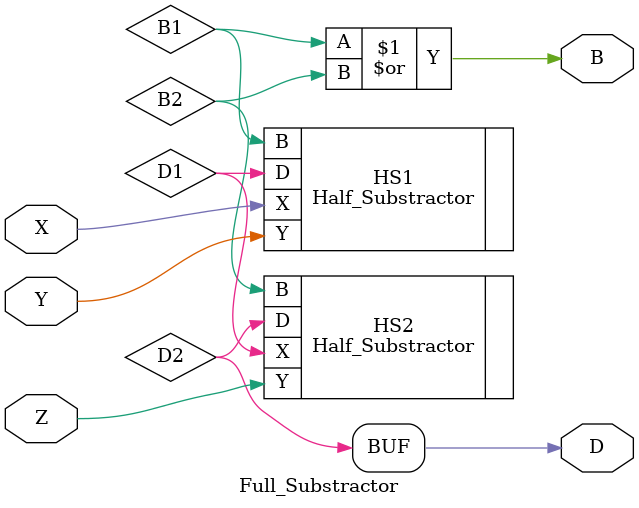
<source format=v>
`include "Half_Substractor.v"
module Full_Substractor(input X,input Y,input Z,output D,output B);
    wire D1,D2,B1,B2;
    Half_Substractor HS1(.X(X),.Y(Y),.B(B1),.D(D1));
    Half_Substractor HS2(.X(D1),.Y(Z),.B(B2),.D(D2));
    assign B = B1 | B2;
    assign D = D2;
endmodule
</source>
